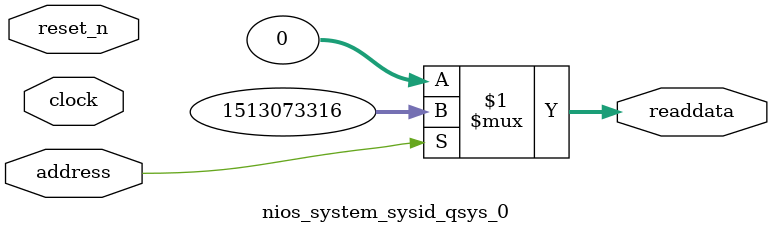
<source format=v>

`timescale 1ns / 1ps
// synthesis translate_on

// turn off superfluous verilog processor warnings 
// altera message_level Level1 
// altera message_off 10034 10035 10036 10037 10230 10240 10030 

module nios_system_sysid_qsys_0 (
               // inputs:
                address,
                clock,
                reset_n,

               // outputs:
                readdata
             )
;

  output  [ 31: 0] readdata;
  input            address;
  input            clock;
  input            reset_n;

  wire    [ 31: 0] readdata;
  //control_slave, which is an e_avalon_slave
  assign readdata = address ? 1513073316 : 0;

endmodule




</source>
